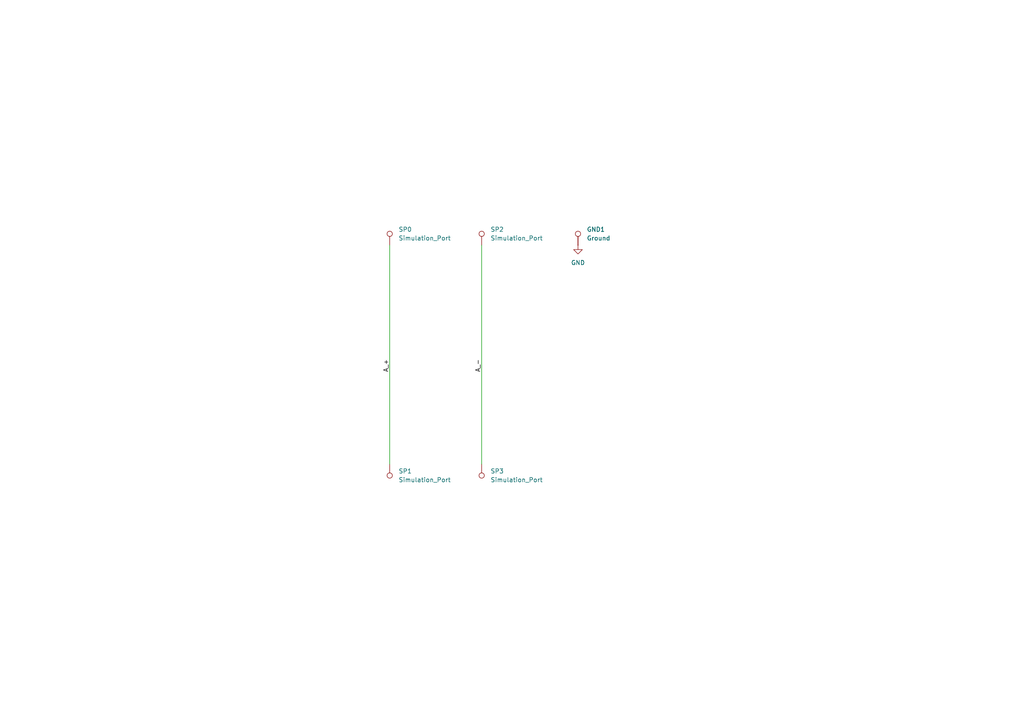
<source format=kicad_sch>
(kicad_sch (version 20231120) (generator "eeschema") (generator_version "8.0")
  (paper "A4")
  (lib_symbols
    (symbol "Connector:TestPoint" (pin_numbers hide) (pin_names (offset 0.762) hide)
      (property "Reference" "TP" (at 0 6.858 0))
      (property "Value" "TestPoint" (at 0 5.08 0))
      (symbol "TestPoint_0_1"
        (circle (center 0 3.302) (radius 0.762))
      )
      (symbol "TestPoint_1_1"
        (pin passive line (at 0 0 90) (length 2.54) (name "1") (number "1"))
      )
    )
    (symbol "power:GND" (power) (pin_numbers hide) (pin_names (offset 0) hide)
      (property "Value" "GND" (at 0 -3.81 0))
      (symbol "GND_0_1"
        (polyline (pts (xy 0 0) (xy 0 -1.27) (xy 1.27 -1.27) (xy 0 -2.54) (xy -1.27 -1.27) (xy 0 -1.27)))
      )
      (symbol "GND_1_1"
        (pin power_in line (at 0 0 270) (length 0) (name "~") (number "1"))
      )
    )
  )
  (wire (pts (xy 139.7 71.12) (xy 139.7 134.62)))
  (wire (pts (xy 113.03 71.12) (xy 113.03 134.62)))
  (label "A_-" (at 139.7 107.95 90))
  (label "A_+" (at 113.03 107.95 90))
  (symbol (lib_id "power:GND") (at 167.64 71.12 0) (unit 1)
    (property "Reference" "#PWR01" (effects (hide yes)))
    (property "Value" "GND" (at 167.64 76.2 0))
    (property "Description" "Power symbol creates a global label with name \"GND\" , ground" (effects (hide yes)))
  )
  (symbol (lib_id "Connector:TestPoint") (at 113.03 71.12 0) (unit 1)
    (property "Reference" "SP0" (at 115.57 66.5479 0) (effects (justify left)))
    (property "Value" "Simulation_Port" (at 115.57 69.0879 0) (effects (justify left)))
    (property "Footprint" "simulation_port:pad_0.15mm" (effects (hide yes)))
    (property "Description" "test point" (effects (hide yes)))
  )
  (symbol (lib_id "Connector:TestPoint") (at 113.03 134.62 180) (unit 1)
    (property "Reference" "SP1" (at 115.57 136.6519 0) (effects (justify right)))
    (property "Value" "Simulation_Port" (at 115.57 139.1919 0) (effects (justify right)))
    (property "Footprint" "simulation_port:pad_0.15mm" (effects (hide yes)))
    (property "Description" "test point" (effects (hide yes)))
  )
  (symbol (lib_id "Connector:TestPoint") (at 139.7 71.12 0) (unit 1)
    (property "Reference" "SP2" (at 142.24 66.5479 0) (effects (justify left)))
    (property "Value" "Simulation_Port" (at 142.24 69.0879 0) (effects (justify left)))
    (property "Footprint" "simulation_port:pad_0.15mm" (effects (hide yes)))
    (property "Description" "test point" (effects (hide yes)))
  )
  (symbol (lib_id "Connector:TestPoint") (at 139.7 134.62 180) (unit 1)
    (property "Reference" "SP3" (at 142.24 136.6519 0) (effects (justify right)))
    (property "Value" "Simulation_Port" (at 142.24 139.1919 0) (effects (justify right)))
    (property "Footprint" "simulation_port:pad_0.15mm" (effects (hide yes)))
    (property "Description" "test point" (effects (hide yes)))
  )
  (symbol (lib_id "Connector:TestPoint") (at 167.64 71.12 0) (unit 1)
    (property "Reference" "GND1" (at 170.18 66.5479 0) (effects (justify left)))
    (property "Value" "Ground" (at 170.18 69.0879 0) (effects (justify left)))
    (property "Footprint" "simulation_port:pad_0.1mm" (effects (hide yes)))
    (property "Description" "test point" (effects (hide yes)))
  )
)
</source>
